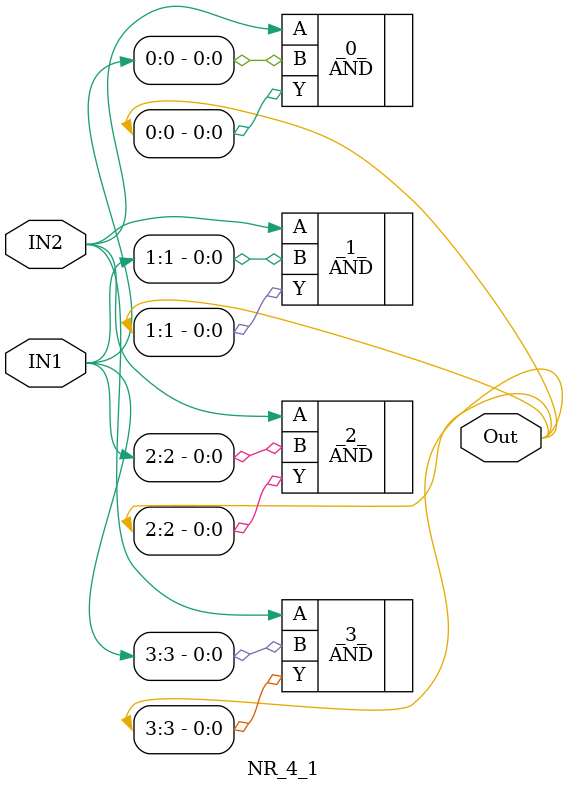
<source format=v>
/* Generated by Yosys 0.45+139 (git sha1 8e1e2b9a3, g++ 12.2.0-14 -fPIC -O3) */

module NR_4_1(IN1, IN2, Out);
  input [3:0] IN1;
  wire [3:0] IN1;
  input IN2;
  wire IN2;
  output [3:0] Out;
  wire [3:0] Out;
  AND _0_ (
    .A(IN2),
    .B(IN1[0]),
    .Y(Out[0])
  );
  AND _1_ (
    .A(IN2),
    .B(IN1[1]),
    .Y(Out[1])
  );
  AND _2_ (
    .A(IN2),
    .B(IN1[2]),
    .Y(Out[2])
  );
  AND _3_ (
    .A(IN2),
    .B(IN1[3]),
    .Y(Out[3])
  );
endmodule

</source>
